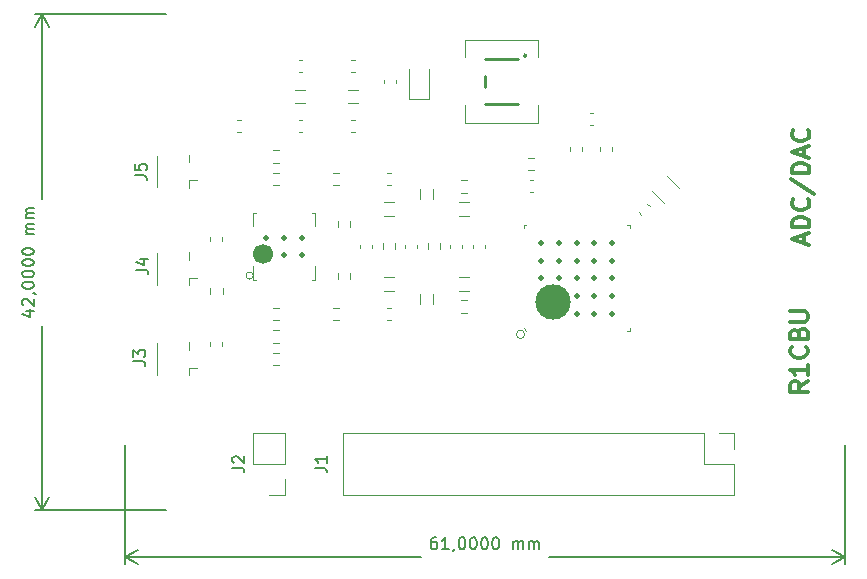
<source format=gbr>
%TF.GenerationSoftware,KiCad,Pcbnew,(5.99.0-12374-g2479e1d7b1)*%
%TF.CreationDate,2021-11-09T23:09:33+03:00*%
%TF.ProjectId,Brass,42726173-732e-46b6-9963-61645f706362,rev?*%
%TF.SameCoordinates,Original*%
%TF.FileFunction,Legend,Top*%
%TF.FilePolarity,Positive*%
%FSLAX46Y46*%
G04 Gerber Fmt 4.6, Leading zero omitted, Abs format (unit mm)*
G04 Created by KiCad (PCBNEW (5.99.0-12374-g2479e1d7b1)) date 2021-11-09 23:09:33*
%MOMM*%
%LPD*%
G01*
G04 APERTURE LIST*
%ADD10C,0.300000*%
%ADD11C,0.150000*%
%ADD12C,0.120000*%
%ADD13C,0.250000*%
%ADD14C,0.100000*%
%ADD15C,0.500000*%
%ADD16C,3.000000*%
%ADD17C,1.700000*%
G04 APERTURE END LIST*
D10*
X121836571Y-78100714D02*
X121122285Y-78600714D01*
X121836571Y-78957857D02*
X120336571Y-78957857D01*
X120336571Y-78386428D01*
X120408000Y-78243571D01*
X120479428Y-78172142D01*
X120622285Y-78100714D01*
X120836571Y-78100714D01*
X120979428Y-78172142D01*
X121050857Y-78243571D01*
X121122285Y-78386428D01*
X121122285Y-78957857D01*
X121836571Y-76672142D02*
X121836571Y-77529285D01*
X121836571Y-77100714D02*
X120336571Y-77100714D01*
X120550857Y-77243571D01*
X120693714Y-77386428D01*
X120765142Y-77529285D01*
X121693714Y-75172142D02*
X121765142Y-75243571D01*
X121836571Y-75457857D01*
X121836571Y-75600714D01*
X121765142Y-75815000D01*
X121622285Y-75957857D01*
X121479428Y-76029285D01*
X121193714Y-76100714D01*
X120979428Y-76100714D01*
X120693714Y-76029285D01*
X120550857Y-75957857D01*
X120408000Y-75815000D01*
X120336571Y-75600714D01*
X120336571Y-75457857D01*
X120408000Y-75243571D01*
X120479428Y-75172142D01*
X121050857Y-74029285D02*
X121122285Y-73815000D01*
X121193714Y-73743571D01*
X121336571Y-73672142D01*
X121550857Y-73672142D01*
X121693714Y-73743571D01*
X121765142Y-73815000D01*
X121836571Y-73957857D01*
X121836571Y-74529285D01*
X120336571Y-74529285D01*
X120336571Y-74029285D01*
X120408000Y-73886428D01*
X120479428Y-73815000D01*
X120622285Y-73743571D01*
X120765142Y-73743571D01*
X120908000Y-73815000D01*
X120979428Y-73886428D01*
X121050857Y-74029285D01*
X121050857Y-74529285D01*
X120336571Y-73029285D02*
X121550857Y-73029285D01*
X121693714Y-72957857D01*
X121765142Y-72886428D01*
X121836571Y-72743571D01*
X121836571Y-72457857D01*
X121765142Y-72315000D01*
X121693714Y-72243571D01*
X121550857Y-72172142D01*
X120336571Y-72172142D01*
X121535000Y-66380714D02*
X121535000Y-65666428D01*
X121963571Y-66523571D02*
X120463571Y-66023571D01*
X121963571Y-65523571D01*
X121963571Y-65023571D02*
X120463571Y-65023571D01*
X120463571Y-64666428D01*
X120535000Y-64452142D01*
X120677857Y-64309285D01*
X120820714Y-64237857D01*
X121106428Y-64166428D01*
X121320714Y-64166428D01*
X121606428Y-64237857D01*
X121749285Y-64309285D01*
X121892142Y-64452142D01*
X121963571Y-64666428D01*
X121963571Y-65023571D01*
X121820714Y-62666428D02*
X121892142Y-62737857D01*
X121963571Y-62952142D01*
X121963571Y-63095000D01*
X121892142Y-63309285D01*
X121749285Y-63452142D01*
X121606428Y-63523571D01*
X121320714Y-63595000D01*
X121106428Y-63595000D01*
X120820714Y-63523571D01*
X120677857Y-63452142D01*
X120535000Y-63309285D01*
X120463571Y-63095000D01*
X120463571Y-62952142D01*
X120535000Y-62737857D01*
X120606428Y-62666428D01*
X120392142Y-60952142D02*
X122320714Y-62237857D01*
X121963571Y-60452142D02*
X120463571Y-60452142D01*
X120463571Y-60095000D01*
X120535000Y-59880714D01*
X120677857Y-59737857D01*
X120820714Y-59666428D01*
X121106428Y-59595000D01*
X121320714Y-59595000D01*
X121606428Y-59666428D01*
X121749285Y-59737857D01*
X121892142Y-59880714D01*
X121963571Y-60095000D01*
X121963571Y-60452142D01*
X121535000Y-59023571D02*
X121535000Y-58309285D01*
X121963571Y-59166428D02*
X120463571Y-58666428D01*
X121963571Y-58166428D01*
X121820714Y-56809285D02*
X121892142Y-56880714D01*
X121963571Y-57095000D01*
X121963571Y-57237857D01*
X121892142Y-57452142D01*
X121749285Y-57595000D01*
X121606428Y-57666428D01*
X121320714Y-57737857D01*
X121106428Y-57737857D01*
X120820714Y-57666428D01*
X120677857Y-57595000D01*
X120535000Y-57452142D01*
X120463571Y-57237857D01*
X120463571Y-57095000D01*
X120535000Y-56880714D01*
X120606428Y-56809285D01*
D11*
X55635714Y-72142858D02*
X56302380Y-72142858D01*
X55254761Y-72380953D02*
X55969047Y-72619048D01*
X55969047Y-72000001D01*
X55397618Y-71666667D02*
X55349999Y-71619048D01*
X55302380Y-71523810D01*
X55302380Y-71285715D01*
X55349999Y-71190477D01*
X55397618Y-71142858D01*
X55492856Y-71095239D01*
X55588095Y-71095239D01*
X55730952Y-71142858D01*
X56302380Y-71714286D01*
X56302380Y-71095239D01*
X56254761Y-70619048D02*
X56302380Y-70619048D01*
X56397618Y-70666667D01*
X56445237Y-70714286D01*
X55302380Y-70000000D02*
X55302380Y-69904762D01*
X55349999Y-69809524D01*
X55397618Y-69761905D01*
X55492857Y-69714286D01*
X55683333Y-69666667D01*
X55921428Y-69666667D01*
X56111904Y-69714286D01*
X56207142Y-69761905D01*
X56254761Y-69809524D01*
X56302380Y-69904762D01*
X56302380Y-70000001D01*
X56254761Y-70095239D01*
X56207142Y-70142858D01*
X56111904Y-70190477D01*
X55921428Y-70238096D01*
X55683333Y-70238096D01*
X55492857Y-70190477D01*
X55397618Y-70142858D01*
X55349999Y-70095239D01*
X55302380Y-70000000D01*
X55302380Y-69047620D02*
X55302380Y-68952381D01*
X55349999Y-68857143D01*
X55397619Y-68809524D01*
X55492857Y-68761905D01*
X55683333Y-68714286D01*
X55921428Y-68714286D01*
X56111904Y-68761905D01*
X56207142Y-68809524D01*
X56254761Y-68857143D01*
X56302380Y-68952381D01*
X56302380Y-69047620D01*
X56254761Y-69142858D01*
X56207142Y-69190477D01*
X56111904Y-69238096D01*
X55921428Y-69285715D01*
X55683333Y-69285715D01*
X55492857Y-69238096D01*
X55397618Y-69190477D01*
X55349999Y-69142858D01*
X55302380Y-69047620D01*
X55302380Y-68095239D02*
X55302380Y-68000000D01*
X55350000Y-67904762D01*
X55397619Y-67857143D01*
X55492857Y-67809524D01*
X55683333Y-67761905D01*
X55921428Y-67761905D01*
X56111904Y-67809524D01*
X56207142Y-67857143D01*
X56254761Y-67904762D01*
X56302380Y-68000001D01*
X56302380Y-68095239D01*
X56254761Y-68190477D01*
X56207142Y-68238096D01*
X56111904Y-68285715D01*
X55921428Y-68333334D01*
X55683333Y-68333334D01*
X55492857Y-68285715D01*
X55397619Y-68238096D01*
X55349999Y-68190477D01*
X55302380Y-68095239D01*
X55302380Y-67142858D02*
X55302380Y-67047620D01*
X55350000Y-66952381D01*
X55397619Y-66904762D01*
X55492857Y-66857143D01*
X55683333Y-66809524D01*
X55921428Y-66809524D01*
X56111904Y-66857143D01*
X56207142Y-66904762D01*
X56254761Y-66952381D01*
X56302380Y-67047620D01*
X56302380Y-67142858D01*
X56254761Y-67238096D01*
X56207142Y-67285715D01*
X56111904Y-67333334D01*
X55921428Y-67380953D01*
X55683333Y-67380953D01*
X55492857Y-67333334D01*
X55397619Y-67285715D01*
X55350000Y-67238096D01*
X55302380Y-67142858D01*
X56302381Y-65619048D02*
X55635714Y-65619048D01*
X55730952Y-65619048D02*
X55683333Y-65571429D01*
X55635714Y-65476191D01*
X55635714Y-65333334D01*
X55683333Y-65238096D01*
X55778571Y-65190477D01*
X56302381Y-65190477D01*
X55778571Y-65190477D02*
X55683333Y-65142858D01*
X55635714Y-65047620D01*
X55635714Y-64904762D01*
X55683333Y-64809524D01*
X55778571Y-64761905D01*
X56302381Y-64761905D01*
X56302381Y-64285715D02*
X55635714Y-64285715D01*
X55730952Y-64285715D02*
X55683333Y-64238096D01*
X55635714Y-64142858D01*
X55635714Y-64000000D01*
X55683333Y-63904762D01*
X55778571Y-63857143D01*
X56302381Y-63857143D01*
X55778571Y-63857143D02*
X55683333Y-63809524D01*
X55635714Y-63714286D01*
X55635714Y-63571429D01*
X55683333Y-63476191D01*
X55778571Y-63428572D01*
X56302381Y-63428572D01*
X67500000Y-47000000D02*
X56413581Y-47000000D01*
X67499998Y-89000002D02*
X56413579Y-89000002D01*
X57000001Y-47000000D02*
X57000000Y-62615477D01*
X57000000Y-73384525D02*
X56999999Y-89000002D01*
X57000001Y-47000000D02*
X56413580Y-48126504D01*
X57000001Y-47000000D02*
X57586422Y-48126504D01*
X56999999Y-89000002D02*
X57586420Y-87873498D01*
X56999999Y-89000002D02*
X56413578Y-87873498D01*
X90357142Y-91302379D02*
X90166666Y-91302379D01*
X90071428Y-91349999D01*
X90023809Y-91397618D01*
X89928571Y-91540475D01*
X89880952Y-91730951D01*
X89880952Y-92111903D01*
X89928571Y-92207141D01*
X89976190Y-92254760D01*
X90071428Y-92302379D01*
X90261904Y-92302379D01*
X90357142Y-92254760D01*
X90404761Y-92207141D01*
X90452380Y-92111903D01*
X90452380Y-91873808D01*
X90404761Y-91778570D01*
X90357142Y-91730951D01*
X90261904Y-91683332D01*
X90071428Y-91683332D01*
X89976190Y-91730951D01*
X89928571Y-91778570D01*
X89880952Y-91873808D01*
X91404761Y-92302379D02*
X90833333Y-92302379D01*
X91119047Y-92302379D02*
X91119047Y-91302379D01*
X91023809Y-91445237D01*
X90928571Y-91540475D01*
X90833333Y-91588094D01*
X91880952Y-92254760D02*
X91880952Y-92302379D01*
X91833333Y-92397618D01*
X91785714Y-92445237D01*
X92500000Y-91302379D02*
X92595238Y-91302379D01*
X92690476Y-91349999D01*
X92738095Y-91397618D01*
X92785714Y-91492856D01*
X92833333Y-91683332D01*
X92833333Y-91921427D01*
X92785714Y-92111903D01*
X92738095Y-92207141D01*
X92690476Y-92254760D01*
X92595238Y-92302379D01*
X92500000Y-92302379D01*
X92404761Y-92254760D01*
X92357142Y-92207141D01*
X92309523Y-92111903D01*
X92261904Y-91921427D01*
X92261904Y-91683332D01*
X92309523Y-91492856D01*
X92357142Y-91397618D01*
X92404761Y-91349999D01*
X92500000Y-91302379D01*
X93452380Y-91302379D02*
X93547619Y-91302379D01*
X93642857Y-91349999D01*
X93690476Y-91397618D01*
X93738095Y-91492856D01*
X93785714Y-91683332D01*
X93785714Y-91921427D01*
X93738095Y-92111903D01*
X93690476Y-92207141D01*
X93642857Y-92254760D01*
X93547619Y-92302379D01*
X93452380Y-92302379D01*
X93357142Y-92254760D01*
X93309523Y-92207141D01*
X93261904Y-92111903D01*
X93214285Y-91921427D01*
X93214285Y-91683332D01*
X93261904Y-91492856D01*
X93309523Y-91397618D01*
X93357142Y-91349999D01*
X93452380Y-91302379D01*
X94404761Y-91302379D02*
X94500000Y-91302379D01*
X94595238Y-91349999D01*
X94642857Y-91397618D01*
X94690476Y-91492856D01*
X94738095Y-91683332D01*
X94738095Y-91921427D01*
X94690476Y-92111903D01*
X94642857Y-92207141D01*
X94595238Y-92254760D01*
X94500000Y-92302379D01*
X94404761Y-92302379D01*
X94309523Y-92254760D01*
X94261904Y-92207141D01*
X94214285Y-92111903D01*
X94166666Y-91921427D01*
X94166666Y-91683332D01*
X94214285Y-91492856D01*
X94261904Y-91397618D01*
X94309523Y-91349999D01*
X94404761Y-91302379D01*
X95357142Y-91302379D02*
X95452380Y-91302379D01*
X95547619Y-91349999D01*
X95595238Y-91397618D01*
X95642857Y-91492856D01*
X95690476Y-91683332D01*
X95690476Y-91921427D01*
X95642857Y-92111903D01*
X95595238Y-92207141D01*
X95547619Y-92254760D01*
X95452380Y-92302379D01*
X95357142Y-92302379D01*
X95261904Y-92254760D01*
X95214285Y-92207141D01*
X95166666Y-92111903D01*
X95119047Y-91921427D01*
X95119047Y-91683332D01*
X95166666Y-91492856D01*
X95214285Y-91397618D01*
X95261904Y-91349999D01*
X95357142Y-91302379D01*
X96880952Y-92302379D02*
X96880952Y-91635713D01*
X96880952Y-91730951D02*
X96928571Y-91683332D01*
X97023809Y-91635713D01*
X97166666Y-91635713D01*
X97261904Y-91683332D01*
X97309523Y-91778570D01*
X97309523Y-92302379D01*
X97309523Y-91778570D02*
X97357142Y-91683332D01*
X97452380Y-91635713D01*
X97595238Y-91635713D01*
X97690476Y-91683332D01*
X97738095Y-91778570D01*
X97738095Y-92302379D01*
X98214285Y-92302379D02*
X98214285Y-91635713D01*
X98214285Y-91730951D02*
X98261904Y-91683332D01*
X98357142Y-91635713D01*
X98500000Y-91635713D01*
X98595238Y-91683332D01*
X98642857Y-91778570D01*
X98642857Y-92302379D01*
X98642857Y-91778570D02*
X98690476Y-91683332D01*
X98785714Y-91635713D01*
X98928571Y-91635713D01*
X99023809Y-91683332D01*
X99071428Y-91778570D01*
X99071428Y-92302379D01*
X64000000Y-83500000D02*
X64000000Y-93586419D01*
X125000000Y-83500000D02*
X125000000Y-93586419D01*
X64000000Y-92999999D02*
X89115476Y-92999999D01*
X99884524Y-92999999D02*
X125000000Y-92999999D01*
X64000000Y-92999999D02*
X65126504Y-93586420D01*
X64000000Y-92999999D02*
X65126504Y-92413578D01*
X125000000Y-92999999D02*
X123873496Y-92413578D01*
X125000000Y-92999999D02*
X123873496Y-93586420D01*
%TO.C,J2*%
X73112380Y-85423333D02*
X73826666Y-85423333D01*
X73969523Y-85470952D01*
X74064761Y-85566190D01*
X74112380Y-85709047D01*
X74112380Y-85804285D01*
X73207619Y-84994761D02*
X73160000Y-84947142D01*
X73112380Y-84851904D01*
X73112380Y-84613809D01*
X73160000Y-84518571D01*
X73207619Y-84470952D01*
X73302857Y-84423333D01*
X73398095Y-84423333D01*
X73540952Y-84470952D01*
X74112380Y-85042380D01*
X74112380Y-84423333D01*
%TO.C,J1*%
X80097380Y-85423333D02*
X80811666Y-85423333D01*
X80954523Y-85470952D01*
X81049761Y-85566190D01*
X81097380Y-85709047D01*
X81097380Y-85804285D01*
X81097380Y-84423333D02*
X81097380Y-84994761D01*
X81097380Y-84709047D02*
X80097380Y-84709047D01*
X80240238Y-84804285D01*
X80335476Y-84899523D01*
X80383095Y-84994761D01*
%TO.C,J5*%
X64857380Y-60658333D02*
X65571666Y-60658333D01*
X65714523Y-60705952D01*
X65809761Y-60801190D01*
X65857380Y-60944047D01*
X65857380Y-61039285D01*
X64857380Y-59705952D02*
X64857380Y-60182142D01*
X65333571Y-60229761D01*
X65285952Y-60182142D01*
X65238333Y-60086904D01*
X65238333Y-59848809D01*
X65285952Y-59753571D01*
X65333571Y-59705952D01*
X65428809Y-59658333D01*
X65666904Y-59658333D01*
X65762142Y-59705952D01*
X65809761Y-59753571D01*
X65857380Y-59848809D01*
X65857380Y-60086904D01*
X65809761Y-60182142D01*
X65762142Y-60229761D01*
%TO.C,J4*%
X64984380Y-68659333D02*
X65698666Y-68659333D01*
X65841523Y-68706952D01*
X65936761Y-68802190D01*
X65984380Y-68945047D01*
X65984380Y-69040285D01*
X65317714Y-67754571D02*
X65984380Y-67754571D01*
X64936761Y-67992666D02*
X65651047Y-68230761D01*
X65651047Y-67611714D01*
%TO.C,J3*%
X64730380Y-76406333D02*
X65444666Y-76406333D01*
X65587523Y-76453952D01*
X65682761Y-76549190D01*
X65730380Y-76692047D01*
X65730380Y-76787285D01*
X64730380Y-76025380D02*
X64730380Y-75406333D01*
X65111333Y-75739666D01*
X65111333Y-75596809D01*
X65158952Y-75501571D01*
X65206571Y-75453952D01*
X65301809Y-75406333D01*
X65539904Y-75406333D01*
X65635142Y-75453952D01*
X65682761Y-75501571D01*
X65730380Y-75596809D01*
X65730380Y-75882523D01*
X65682761Y-75977761D01*
X65635142Y-76025380D01*
D12*
%TO.C,T1*%
X92785000Y-49205000D02*
X92785000Y-50605000D01*
X98985000Y-49205000D02*
X98985000Y-50605000D01*
X92785000Y-56205000D02*
X92785000Y-54705000D01*
X98985000Y-56205000D02*
X92785000Y-56205000D01*
X98985000Y-54705000D02*
X98985000Y-56205000D01*
X92785000Y-49205000D02*
X98985000Y-49205000D01*
D13*
X94490000Y-50800000D02*
X97280000Y-50800000D01*
X97280000Y-54610000D02*
X94490000Y-54610000D01*
X94490000Y-52205000D02*
X94490000Y-53205000D01*
X97948950Y-50505000D02*
G75*
G03*
X97948950Y-50505000I-63950J0D01*
G01*
D14*
%TO.C,U1*%
X98005000Y-73870000D02*
X97755000Y-73620000D01*
X97755000Y-65120000D02*
X97755000Y-64870000D01*
X106755000Y-73620000D02*
X106755000Y-73870000D01*
X106755000Y-73870000D02*
X106505000Y-73870000D01*
X106755000Y-65120000D02*
X106755000Y-64870000D01*
X97755000Y-64870000D02*
X98005000Y-64870000D01*
X106755000Y-64870000D02*
X106505000Y-64870000D01*
X97858553Y-74120000D02*
G75*
G03*
X97858553Y-74120000I-353553J0D01*
G01*
D12*
%TO.C,J2*%
X77530000Y-82495000D02*
X74870000Y-82495000D01*
X77530000Y-85095000D02*
X77530000Y-82495000D01*
X74870000Y-85095000D02*
X74870000Y-82495000D01*
X77530000Y-85095000D02*
X74870000Y-85095000D01*
X77530000Y-86365000D02*
X77530000Y-87695000D01*
X77530000Y-87695000D02*
X76200000Y-87695000D01*
%TO.C,J1*%
X82475000Y-82485000D02*
X82475000Y-87685000D01*
X113015000Y-82485000D02*
X82475000Y-82485000D01*
X115615000Y-87685000D02*
X82475000Y-87685000D01*
X113015000Y-82485000D02*
X113015000Y-85085000D01*
X113015000Y-85085000D02*
X115615000Y-85085000D01*
X115615000Y-85085000D02*
X115615000Y-87685000D01*
X114285000Y-82485000D02*
X115615000Y-82485000D01*
X115615000Y-82485000D02*
X115615000Y-83815000D01*
%TO.C,C2*%
X102745000Y-58566267D02*
X102745000Y-58273733D01*
X101725000Y-58566267D02*
X101725000Y-58273733D01*
%TO.C,C40*%
X78713733Y-57025000D02*
X79006267Y-57025000D01*
X78713733Y-56005000D02*
X79006267Y-56005000D01*
%TO.C,L7*%
X83715242Y-53415000D02*
X82894758Y-53415000D01*
X83715242Y-54535000D02*
X82894758Y-54535000D01*
%TO.C,R16*%
X76580276Y-59577500D02*
X77089724Y-59577500D01*
X76580276Y-58532500D02*
X77089724Y-58532500D01*
%TO.C,R3*%
X92455276Y-62117500D02*
X92964724Y-62117500D01*
X92455276Y-61072500D02*
X92964724Y-61072500D01*
%TO.C,C4*%
X98571267Y-61085000D02*
X98278733Y-61085000D01*
X98571267Y-62105000D02*
X98278733Y-62105000D01*
%TO.C,C34*%
X86506267Y-72900000D02*
X86213733Y-72900000D01*
X86506267Y-71880000D02*
X86213733Y-71880000D01*
%TO.C,L6*%
X86770242Y-62940000D02*
X85949758Y-62940000D01*
X86770242Y-64060000D02*
X85949758Y-64060000D01*
%TO.C,L8*%
X79270242Y-53415000D02*
X78449758Y-53415000D01*
X79270242Y-54535000D02*
X78449758Y-54535000D01*
%TO.C,C29*%
X93470000Y-66821267D02*
X93470000Y-66528733D01*
X94490000Y-66821267D02*
X94490000Y-66528733D01*
%TO.C,J5*%
X66745000Y-61675000D02*
X66745000Y-58975000D01*
X69465000Y-58925000D02*
X69465000Y-59565000D01*
X69465000Y-61725000D02*
X69465000Y-61085000D01*
X69465000Y-61085000D02*
X70095000Y-61085000D01*
%TO.C,R2*%
X92455276Y-72277500D02*
X92964724Y-72277500D01*
X92455276Y-71232500D02*
X92964724Y-71232500D01*
%TO.C,L1*%
X93120242Y-70410000D02*
X92299758Y-70410000D01*
X93120242Y-69290000D02*
X92299758Y-69290000D01*
%TO.C,R1*%
X98170276Y-59167500D02*
X98679724Y-59167500D01*
X98170276Y-60212500D02*
X98679724Y-60212500D01*
%TO.C,C3*%
X105285000Y-58566267D02*
X105285000Y-58273733D01*
X104265000Y-58566267D02*
X104265000Y-58273733D01*
%TO.C,D1*%
X89750000Y-54205000D02*
X89750000Y-51655000D01*
X88050000Y-54205000D02*
X88050000Y-51655000D01*
X88050000Y-54205000D02*
X89750000Y-54205000D01*
%TO.C,J4*%
X69465000Y-69340000D02*
X70095000Y-69340000D01*
X69465000Y-67180000D02*
X69465000Y-67820000D01*
X66745000Y-69930000D02*
X66745000Y-67230000D01*
X69465000Y-69980000D02*
X69465000Y-69340000D01*
%TO.C,L4*%
X90095000Y-62640242D02*
X90095000Y-61819758D01*
X88975000Y-62640242D02*
X88975000Y-61819758D01*
%TO.C,L5*%
X86770242Y-70410000D02*
X85949758Y-70410000D01*
X86770242Y-69290000D02*
X85949758Y-69290000D01*
D14*
%TO.C,U2*%
X74865000Y-63850000D02*
X74865000Y-64950000D01*
X80065000Y-63850000D02*
X80065000Y-64950000D01*
X74865000Y-69550000D02*
X74865000Y-68350000D01*
X79865000Y-69550000D02*
X80065000Y-69550000D01*
X75065000Y-63850000D02*
X74865000Y-63850000D01*
X79865000Y-63850000D02*
X80065000Y-63850000D01*
X75065000Y-69550000D02*
X74865000Y-69550000D01*
X80065000Y-69550000D02*
X80065000Y-68350000D01*
X74865000Y-69150000D02*
G75*
G03*
X74865000Y-69150000I-300000J0D01*
G01*
D12*
%TO.C,C38*%
X83158733Y-57025000D02*
X83451267Y-57025000D01*
X83158733Y-56005000D02*
X83451267Y-56005000D01*
%TO.C,C37*%
X83451267Y-51945000D02*
X83158733Y-51945000D01*
X83451267Y-50925000D02*
X83158733Y-50925000D01*
%TO.C,C33*%
X85970000Y-52851267D02*
X85970000Y-52558733D01*
X86990000Y-52851267D02*
X86990000Y-52558733D01*
%TO.C,R13*%
X76580276Y-72912500D02*
X77089724Y-72912500D01*
X76580276Y-71867500D02*
X77089724Y-71867500D01*
%TO.C,C24*%
X103358733Y-55370000D02*
X103651267Y-55370000D01*
X103358733Y-56390000D02*
X103651267Y-56390000D01*
%TO.C,R14*%
X76580276Y-61482500D02*
X77089724Y-61482500D01*
X76580276Y-60437500D02*
X77089724Y-60437500D01*
%TO.C,C43*%
X73806267Y-56005000D02*
X73513733Y-56005000D01*
X73806267Y-57025000D02*
X73513733Y-57025000D01*
%TO.C,C45*%
X72265000Y-74783733D02*
X72265000Y-75076267D01*
X71245000Y-74783733D02*
X71245000Y-75076267D01*
%TO.C,C1*%
X108606722Y-62014656D02*
X109612584Y-63020518D01*
X109893656Y-60727722D02*
X110899518Y-61733584D01*
%TO.C,C36*%
X86506267Y-60450000D02*
X86213733Y-60450000D01*
X86506267Y-61470000D02*
X86213733Y-61470000D01*
%TO.C,R9*%
X83072500Y-64515276D02*
X83072500Y-65024724D01*
X82027500Y-64515276D02*
X82027500Y-65024724D01*
%TO.C,L2*%
X93120242Y-62940000D02*
X92299758Y-62940000D01*
X93120242Y-64060000D02*
X92299758Y-64060000D01*
%TO.C,R5*%
X86882500Y-66420276D02*
X86882500Y-66929724D01*
X85837500Y-66420276D02*
X85837500Y-66929724D01*
%TO.C,C31*%
X88775000Y-66821267D02*
X88775000Y-66528733D01*
X87755000Y-66821267D02*
X87755000Y-66528733D01*
%TO.C,R18*%
X72277500Y-70230276D02*
X72277500Y-70739724D01*
X71232500Y-70230276D02*
X71232500Y-70739724D01*
%TO.C,C32*%
X84965000Y-66821267D02*
X84965000Y-66528733D01*
X83945000Y-66821267D02*
X83945000Y-66528733D01*
%TO.C,R17*%
X77089724Y-75677500D02*
X76580276Y-75677500D01*
X77089724Y-76722500D02*
X76580276Y-76722500D01*
%TO.C,R15*%
X76580276Y-74817500D02*
X77089724Y-74817500D01*
X76580276Y-73772500D02*
X77089724Y-73772500D01*
%TO.C,R8*%
X82027500Y-68960276D02*
X82027500Y-69469724D01*
X83072500Y-68960276D02*
X83072500Y-69469724D01*
%TO.C,C13*%
X107511069Y-63782318D02*
X107717922Y-63989171D01*
X108232318Y-63061069D02*
X108439171Y-63267922D01*
%TO.C,C30*%
X91565000Y-66821267D02*
X91565000Y-66528733D01*
X92585000Y-66821267D02*
X92585000Y-66528733D01*
%TO.C,C46*%
X71245000Y-65893733D02*
X71245000Y-66186267D01*
X72265000Y-65893733D02*
X72265000Y-66186267D01*
%TO.C,R12*%
X81660276Y-61482500D02*
X82169724Y-61482500D01*
X81660276Y-60437500D02*
X82169724Y-60437500D01*
%TO.C,C39*%
X79006267Y-51945000D02*
X78713733Y-51945000D01*
X79006267Y-50925000D02*
X78713733Y-50925000D01*
%TO.C,R4*%
X90692500Y-66420276D02*
X90692500Y-66929724D01*
X89647500Y-66420276D02*
X89647500Y-66929724D01*
%TO.C,J3*%
X66745000Y-77550000D02*
X66745000Y-74850000D01*
X69465000Y-77600000D02*
X69465000Y-76960000D01*
X69465000Y-74800000D02*
X69465000Y-75440000D01*
X69465000Y-76960000D02*
X70095000Y-76960000D01*
%TO.C,L3*%
X88975000Y-70709758D02*
X88975000Y-71530242D01*
X90095000Y-70709758D02*
X90095000Y-71530242D01*
%TO.C,R10*%
X81660276Y-71867500D02*
X82169724Y-71867500D01*
X81660276Y-72912500D02*
X82169724Y-72912500D01*
%TD*%
D15*
%TO.C,U1*%
X99255000Y-66370000D03*
X105255000Y-67870000D03*
X103755000Y-67870000D03*
X100755000Y-69370000D03*
X105255000Y-72370000D03*
X103755000Y-66370000D03*
X102255000Y-70870000D03*
X99255000Y-67870000D03*
X99255000Y-69370000D03*
X105255000Y-66370000D03*
X102255000Y-66370000D03*
D16*
X100255000Y-71370000D03*
D15*
X103755000Y-69370000D03*
X100755000Y-66370000D03*
X103755000Y-70870000D03*
X102255000Y-67870000D03*
X103755000Y-72370000D03*
X102255000Y-72370000D03*
X100755000Y-67870000D03*
X105255000Y-69370000D03*
X105255000Y-70870000D03*
X102255000Y-69370000D03*
%TD*%
%TO.C,U2*%
X78970000Y-67425000D03*
D17*
X75665000Y-67300000D03*
D15*
X77470000Y-67425000D03*
X78970000Y-65925000D03*
X75970000Y-65925000D03*
X77470000Y-65925000D03*
%TD*%
M02*

</source>
